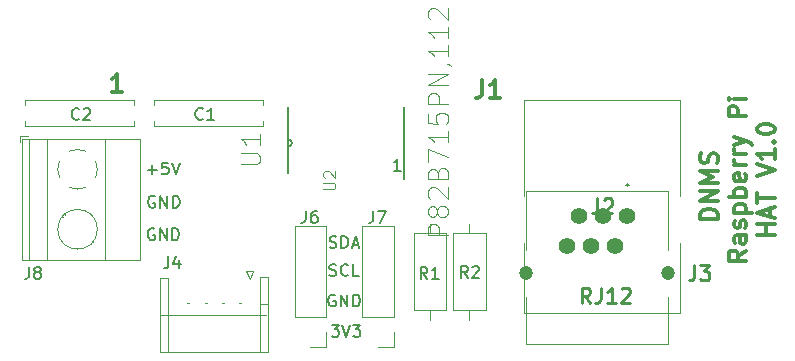
<source format=gbr>
G04 #@! TF.GenerationSoftware,KiCad,Pcbnew,7.0.10*
G04 #@! TF.CreationDate,2024-01-16T16:56:01+01:00*
G04 #@! TF.ProjectId,DNMS-RPI-HAT-V1.0,444e4d53-2d52-4504-992d-4841542d5631,1.0*
G04 #@! TF.SameCoordinates,Original*
G04 #@! TF.FileFunction,Legend,Top*
G04 #@! TF.FilePolarity,Positive*
%FSLAX46Y46*%
G04 Gerber Fmt 4.6, Leading zero omitted, Abs format (unit mm)*
G04 Created by KiCad (PCBNEW 7.0.10) date 2024-01-16 16:56:01*
%MOMM*%
%LPD*%
G01*
G04 APERTURE LIST*
%ADD10C,0.150000*%
%ADD11C,0.300000*%
%ADD12C,0.050000*%
%ADD13C,0.254000*%
%ADD14C,0.015000*%
%ADD15C,0.152400*%
%ADD16C,0.100000*%
%ADD17C,0.120000*%
%ADD18C,0.200000*%
%ADD19C,1.400000*%
%ADD20C,1.200000*%
G04 APERTURE END LIST*
D10*
X143923264Y-114256340D02*
X144066121Y-114303959D01*
X144066121Y-114303959D02*
X144304216Y-114303959D01*
X144304216Y-114303959D02*
X144399454Y-114256340D01*
X144399454Y-114256340D02*
X144447073Y-114208720D01*
X144447073Y-114208720D02*
X144494692Y-114113482D01*
X144494692Y-114113482D02*
X144494692Y-114018244D01*
X144494692Y-114018244D02*
X144447073Y-113923006D01*
X144447073Y-113923006D02*
X144399454Y-113875387D01*
X144399454Y-113875387D02*
X144304216Y-113827768D01*
X144304216Y-113827768D02*
X144113740Y-113780149D01*
X144113740Y-113780149D02*
X144018502Y-113732530D01*
X144018502Y-113732530D02*
X143970883Y-113684911D01*
X143970883Y-113684911D02*
X143923264Y-113589673D01*
X143923264Y-113589673D02*
X143923264Y-113494435D01*
X143923264Y-113494435D02*
X143970883Y-113399197D01*
X143970883Y-113399197D02*
X144018502Y-113351578D01*
X144018502Y-113351578D02*
X144113740Y-113303959D01*
X144113740Y-113303959D02*
X144351835Y-113303959D01*
X144351835Y-113303959D02*
X144494692Y-113351578D01*
X145494692Y-114208720D02*
X145447073Y-114256340D01*
X145447073Y-114256340D02*
X145304216Y-114303959D01*
X145304216Y-114303959D02*
X145208978Y-114303959D01*
X145208978Y-114303959D02*
X145066121Y-114256340D01*
X145066121Y-114256340D02*
X144970883Y-114161101D01*
X144970883Y-114161101D02*
X144923264Y-114065863D01*
X144923264Y-114065863D02*
X144875645Y-113875387D01*
X144875645Y-113875387D02*
X144875645Y-113732530D01*
X144875645Y-113732530D02*
X144923264Y-113542054D01*
X144923264Y-113542054D02*
X144970883Y-113446816D01*
X144970883Y-113446816D02*
X145066121Y-113351578D01*
X145066121Y-113351578D02*
X145208978Y-113303959D01*
X145208978Y-113303959D02*
X145304216Y-113303959D01*
X145304216Y-113303959D02*
X145447073Y-113351578D01*
X145447073Y-113351578D02*
X145494692Y-113399197D01*
X146399454Y-114303959D02*
X145923264Y-114303959D01*
X145923264Y-114303959D02*
X145923264Y-113303959D01*
X144400095Y-115919518D02*
X144304857Y-115871899D01*
X144304857Y-115871899D02*
X144162000Y-115871899D01*
X144162000Y-115871899D02*
X144019143Y-115919518D01*
X144019143Y-115919518D02*
X143923905Y-116014756D01*
X143923905Y-116014756D02*
X143876286Y-116109994D01*
X143876286Y-116109994D02*
X143828667Y-116300470D01*
X143828667Y-116300470D02*
X143828667Y-116443327D01*
X143828667Y-116443327D02*
X143876286Y-116633803D01*
X143876286Y-116633803D02*
X143923905Y-116729041D01*
X143923905Y-116729041D02*
X144019143Y-116824280D01*
X144019143Y-116824280D02*
X144162000Y-116871899D01*
X144162000Y-116871899D02*
X144257238Y-116871899D01*
X144257238Y-116871899D02*
X144400095Y-116824280D01*
X144400095Y-116824280D02*
X144447714Y-116776660D01*
X144447714Y-116776660D02*
X144447714Y-116443327D01*
X144447714Y-116443327D02*
X144257238Y-116443327D01*
X144876286Y-116871899D02*
X144876286Y-115871899D01*
X144876286Y-115871899D02*
X145447714Y-116871899D01*
X145447714Y-116871899D02*
X145447714Y-115871899D01*
X145923905Y-116871899D02*
X145923905Y-115871899D01*
X145923905Y-115871899D02*
X146162000Y-115871899D01*
X146162000Y-115871899D02*
X146304857Y-115919518D01*
X146304857Y-115919518D02*
X146400095Y-116014756D01*
X146400095Y-116014756D02*
X146447714Y-116109994D01*
X146447714Y-116109994D02*
X146495333Y-116300470D01*
X146495333Y-116300470D02*
X146495333Y-116443327D01*
X146495333Y-116443327D02*
X146447714Y-116633803D01*
X146447714Y-116633803D02*
X146400095Y-116729041D01*
X146400095Y-116729041D02*
X146304857Y-116824280D01*
X146304857Y-116824280D02*
X146162000Y-116871899D01*
X146162000Y-116871899D02*
X145923905Y-116871899D01*
X144111865Y-118437299D02*
X144730912Y-118437299D01*
X144730912Y-118437299D02*
X144397579Y-118818251D01*
X144397579Y-118818251D02*
X144540436Y-118818251D01*
X144540436Y-118818251D02*
X144635674Y-118865870D01*
X144635674Y-118865870D02*
X144683293Y-118913489D01*
X144683293Y-118913489D02*
X144730912Y-119008727D01*
X144730912Y-119008727D02*
X144730912Y-119246822D01*
X144730912Y-119246822D02*
X144683293Y-119342060D01*
X144683293Y-119342060D02*
X144635674Y-119389680D01*
X144635674Y-119389680D02*
X144540436Y-119437299D01*
X144540436Y-119437299D02*
X144254722Y-119437299D01*
X144254722Y-119437299D02*
X144159484Y-119389680D01*
X144159484Y-119389680D02*
X144111865Y-119342060D01*
X145016627Y-118437299D02*
X145349960Y-119437299D01*
X145349960Y-119437299D02*
X145683293Y-118437299D01*
X145921389Y-118437299D02*
X146540436Y-118437299D01*
X146540436Y-118437299D02*
X146207103Y-118818251D01*
X146207103Y-118818251D02*
X146349960Y-118818251D01*
X146349960Y-118818251D02*
X146445198Y-118865870D01*
X146445198Y-118865870D02*
X146492817Y-118913489D01*
X146492817Y-118913489D02*
X146540436Y-119008727D01*
X146540436Y-119008727D02*
X146540436Y-119246822D01*
X146540436Y-119246822D02*
X146492817Y-119342060D01*
X146492817Y-119342060D02*
X146445198Y-119389680D01*
X146445198Y-119389680D02*
X146349960Y-119437299D01*
X146349960Y-119437299D02*
X146064246Y-119437299D01*
X146064246Y-119437299D02*
X145969008Y-119389680D01*
X145969008Y-119389680D02*
X145921389Y-119342060D01*
X128544846Y-105314946D02*
X129306751Y-105314946D01*
X128925798Y-105695899D02*
X128925798Y-104933994D01*
X130259131Y-104695899D02*
X129782941Y-104695899D01*
X129782941Y-104695899D02*
X129735322Y-105172089D01*
X129735322Y-105172089D02*
X129782941Y-105124470D01*
X129782941Y-105124470D02*
X129878179Y-105076851D01*
X129878179Y-105076851D02*
X130116274Y-105076851D01*
X130116274Y-105076851D02*
X130211512Y-105124470D01*
X130211512Y-105124470D02*
X130259131Y-105172089D01*
X130259131Y-105172089D02*
X130306750Y-105267327D01*
X130306750Y-105267327D02*
X130306750Y-105505422D01*
X130306750Y-105505422D02*
X130259131Y-105600660D01*
X130259131Y-105600660D02*
X130211512Y-105648280D01*
X130211512Y-105648280D02*
X130116274Y-105695899D01*
X130116274Y-105695899D02*
X129878179Y-105695899D01*
X129878179Y-105695899D02*
X129782941Y-105648280D01*
X129782941Y-105648280D02*
X129735322Y-105600660D01*
X130592465Y-104695899D02*
X130925798Y-105695899D01*
X130925798Y-105695899D02*
X131259131Y-104695899D01*
X129144855Y-107555298D02*
X129049617Y-107507679D01*
X129049617Y-107507679D02*
X128906760Y-107507679D01*
X128906760Y-107507679D02*
X128763903Y-107555298D01*
X128763903Y-107555298D02*
X128668665Y-107650536D01*
X128668665Y-107650536D02*
X128621046Y-107745774D01*
X128621046Y-107745774D02*
X128573427Y-107936250D01*
X128573427Y-107936250D02*
X128573427Y-108079107D01*
X128573427Y-108079107D02*
X128621046Y-108269583D01*
X128621046Y-108269583D02*
X128668665Y-108364821D01*
X128668665Y-108364821D02*
X128763903Y-108460060D01*
X128763903Y-108460060D02*
X128906760Y-108507679D01*
X128906760Y-108507679D02*
X129001998Y-108507679D01*
X129001998Y-108507679D02*
X129144855Y-108460060D01*
X129144855Y-108460060D02*
X129192474Y-108412440D01*
X129192474Y-108412440D02*
X129192474Y-108079107D01*
X129192474Y-108079107D02*
X129001998Y-108079107D01*
X129621046Y-108507679D02*
X129621046Y-107507679D01*
X129621046Y-107507679D02*
X130192474Y-108507679D01*
X130192474Y-108507679D02*
X130192474Y-107507679D01*
X130668665Y-108507679D02*
X130668665Y-107507679D01*
X130668665Y-107507679D02*
X130906760Y-107507679D01*
X130906760Y-107507679D02*
X131049617Y-107555298D01*
X131049617Y-107555298D02*
X131144855Y-107650536D01*
X131144855Y-107650536D02*
X131192474Y-107745774D01*
X131192474Y-107745774D02*
X131240093Y-107936250D01*
X131240093Y-107936250D02*
X131240093Y-108079107D01*
X131240093Y-108079107D02*
X131192474Y-108269583D01*
X131192474Y-108269583D02*
X131144855Y-108364821D01*
X131144855Y-108364821D02*
X131049617Y-108460060D01*
X131049617Y-108460060D02*
X130906760Y-108507679D01*
X130906760Y-108507679D02*
X130668665Y-108507679D01*
X129096595Y-110311198D02*
X129001357Y-110263579D01*
X129001357Y-110263579D02*
X128858500Y-110263579D01*
X128858500Y-110263579D02*
X128715643Y-110311198D01*
X128715643Y-110311198D02*
X128620405Y-110406436D01*
X128620405Y-110406436D02*
X128572786Y-110501674D01*
X128572786Y-110501674D02*
X128525167Y-110692150D01*
X128525167Y-110692150D02*
X128525167Y-110835007D01*
X128525167Y-110835007D02*
X128572786Y-111025483D01*
X128572786Y-111025483D02*
X128620405Y-111120721D01*
X128620405Y-111120721D02*
X128715643Y-111215960D01*
X128715643Y-111215960D02*
X128858500Y-111263579D01*
X128858500Y-111263579D02*
X128953738Y-111263579D01*
X128953738Y-111263579D02*
X129096595Y-111215960D01*
X129096595Y-111215960D02*
X129144214Y-111168340D01*
X129144214Y-111168340D02*
X129144214Y-110835007D01*
X129144214Y-110835007D02*
X128953738Y-110835007D01*
X129572786Y-111263579D02*
X129572786Y-110263579D01*
X129572786Y-110263579D02*
X130144214Y-111263579D01*
X130144214Y-111263579D02*
X130144214Y-110263579D01*
X130620405Y-111263579D02*
X130620405Y-110263579D01*
X130620405Y-110263579D02*
X130858500Y-110263579D01*
X130858500Y-110263579D02*
X131001357Y-110311198D01*
X131001357Y-110311198D02*
X131096595Y-110406436D01*
X131096595Y-110406436D02*
X131144214Y-110501674D01*
X131144214Y-110501674D02*
X131191833Y-110692150D01*
X131191833Y-110692150D02*
X131191833Y-110835007D01*
X131191833Y-110835007D02*
X131144214Y-111025483D01*
X131144214Y-111025483D02*
X131096595Y-111120721D01*
X131096595Y-111120721D02*
X131001357Y-111215960D01*
X131001357Y-111215960D02*
X130858500Y-111263579D01*
X130858500Y-111263579D02*
X130620405Y-111263579D01*
D11*
X126342452Y-98703268D02*
X125485309Y-98703268D01*
X125913880Y-98703268D02*
X125913880Y-97203268D01*
X125913880Y-97203268D02*
X125771023Y-97417554D01*
X125771023Y-97417554D02*
X125628166Y-97560411D01*
X125628166Y-97560411D02*
X125485309Y-97631840D01*
X176806008Y-109464208D02*
X175306008Y-109464208D01*
X175306008Y-109464208D02*
X175306008Y-109107065D01*
X175306008Y-109107065D02*
X175377437Y-108892779D01*
X175377437Y-108892779D02*
X175520294Y-108749922D01*
X175520294Y-108749922D02*
X175663151Y-108678493D01*
X175663151Y-108678493D02*
X175948865Y-108607065D01*
X175948865Y-108607065D02*
X176163151Y-108607065D01*
X176163151Y-108607065D02*
X176448865Y-108678493D01*
X176448865Y-108678493D02*
X176591722Y-108749922D01*
X176591722Y-108749922D02*
X176734580Y-108892779D01*
X176734580Y-108892779D02*
X176806008Y-109107065D01*
X176806008Y-109107065D02*
X176806008Y-109464208D01*
X176806008Y-107964208D02*
X175306008Y-107964208D01*
X175306008Y-107964208D02*
X176806008Y-107107065D01*
X176806008Y-107107065D02*
X175306008Y-107107065D01*
X176806008Y-106392779D02*
X175306008Y-106392779D01*
X175306008Y-106392779D02*
X176377437Y-105892779D01*
X176377437Y-105892779D02*
X175306008Y-105392779D01*
X175306008Y-105392779D02*
X176806008Y-105392779D01*
X176734580Y-104749921D02*
X176806008Y-104535636D01*
X176806008Y-104535636D02*
X176806008Y-104178493D01*
X176806008Y-104178493D02*
X176734580Y-104035636D01*
X176734580Y-104035636D02*
X176663151Y-103964207D01*
X176663151Y-103964207D02*
X176520294Y-103892778D01*
X176520294Y-103892778D02*
X176377437Y-103892778D01*
X176377437Y-103892778D02*
X176234580Y-103964207D01*
X176234580Y-103964207D02*
X176163151Y-104035636D01*
X176163151Y-104035636D02*
X176091722Y-104178493D01*
X176091722Y-104178493D02*
X176020294Y-104464207D01*
X176020294Y-104464207D02*
X175948865Y-104607064D01*
X175948865Y-104607064D02*
X175877437Y-104678493D01*
X175877437Y-104678493D02*
X175734580Y-104749921D01*
X175734580Y-104749921D02*
X175591722Y-104749921D01*
X175591722Y-104749921D02*
X175448865Y-104678493D01*
X175448865Y-104678493D02*
X175377437Y-104607064D01*
X175377437Y-104607064D02*
X175306008Y-104464207D01*
X175306008Y-104464207D02*
X175306008Y-104107064D01*
X175306008Y-104107064D02*
X175377437Y-103892778D01*
X179221008Y-112142779D02*
X178506722Y-112642779D01*
X179221008Y-112999922D02*
X177721008Y-112999922D01*
X177721008Y-112999922D02*
X177721008Y-112428493D01*
X177721008Y-112428493D02*
X177792437Y-112285636D01*
X177792437Y-112285636D02*
X177863865Y-112214207D01*
X177863865Y-112214207D02*
X178006722Y-112142779D01*
X178006722Y-112142779D02*
X178221008Y-112142779D01*
X178221008Y-112142779D02*
X178363865Y-112214207D01*
X178363865Y-112214207D02*
X178435294Y-112285636D01*
X178435294Y-112285636D02*
X178506722Y-112428493D01*
X178506722Y-112428493D02*
X178506722Y-112999922D01*
X179221008Y-110857065D02*
X178435294Y-110857065D01*
X178435294Y-110857065D02*
X178292437Y-110928493D01*
X178292437Y-110928493D02*
X178221008Y-111071350D01*
X178221008Y-111071350D02*
X178221008Y-111357065D01*
X178221008Y-111357065D02*
X178292437Y-111499922D01*
X179149580Y-110857065D02*
X179221008Y-110999922D01*
X179221008Y-110999922D02*
X179221008Y-111357065D01*
X179221008Y-111357065D02*
X179149580Y-111499922D01*
X179149580Y-111499922D02*
X179006722Y-111571350D01*
X179006722Y-111571350D02*
X178863865Y-111571350D01*
X178863865Y-111571350D02*
X178721008Y-111499922D01*
X178721008Y-111499922D02*
X178649580Y-111357065D01*
X178649580Y-111357065D02*
X178649580Y-110999922D01*
X178649580Y-110999922D02*
X178578151Y-110857065D01*
X179149580Y-110214207D02*
X179221008Y-110071350D01*
X179221008Y-110071350D02*
X179221008Y-109785636D01*
X179221008Y-109785636D02*
X179149580Y-109642779D01*
X179149580Y-109642779D02*
X179006722Y-109571350D01*
X179006722Y-109571350D02*
X178935294Y-109571350D01*
X178935294Y-109571350D02*
X178792437Y-109642779D01*
X178792437Y-109642779D02*
X178721008Y-109785636D01*
X178721008Y-109785636D02*
X178721008Y-109999922D01*
X178721008Y-109999922D02*
X178649580Y-110142779D01*
X178649580Y-110142779D02*
X178506722Y-110214207D01*
X178506722Y-110214207D02*
X178435294Y-110214207D01*
X178435294Y-110214207D02*
X178292437Y-110142779D01*
X178292437Y-110142779D02*
X178221008Y-109999922D01*
X178221008Y-109999922D02*
X178221008Y-109785636D01*
X178221008Y-109785636D02*
X178292437Y-109642779D01*
X178221008Y-108928493D02*
X179721008Y-108928493D01*
X178292437Y-108928493D02*
X178221008Y-108785636D01*
X178221008Y-108785636D02*
X178221008Y-108499921D01*
X178221008Y-108499921D02*
X178292437Y-108357064D01*
X178292437Y-108357064D02*
X178363865Y-108285636D01*
X178363865Y-108285636D02*
X178506722Y-108214207D01*
X178506722Y-108214207D02*
X178935294Y-108214207D01*
X178935294Y-108214207D02*
X179078151Y-108285636D01*
X179078151Y-108285636D02*
X179149580Y-108357064D01*
X179149580Y-108357064D02*
X179221008Y-108499921D01*
X179221008Y-108499921D02*
X179221008Y-108785636D01*
X179221008Y-108785636D02*
X179149580Y-108928493D01*
X179221008Y-107571350D02*
X177721008Y-107571350D01*
X178292437Y-107571350D02*
X178221008Y-107428493D01*
X178221008Y-107428493D02*
X178221008Y-107142778D01*
X178221008Y-107142778D02*
X178292437Y-106999921D01*
X178292437Y-106999921D02*
X178363865Y-106928493D01*
X178363865Y-106928493D02*
X178506722Y-106857064D01*
X178506722Y-106857064D02*
X178935294Y-106857064D01*
X178935294Y-106857064D02*
X179078151Y-106928493D01*
X179078151Y-106928493D02*
X179149580Y-106999921D01*
X179149580Y-106999921D02*
X179221008Y-107142778D01*
X179221008Y-107142778D02*
X179221008Y-107428493D01*
X179221008Y-107428493D02*
X179149580Y-107571350D01*
X179149580Y-105642778D02*
X179221008Y-105785635D01*
X179221008Y-105785635D02*
X179221008Y-106071350D01*
X179221008Y-106071350D02*
X179149580Y-106214207D01*
X179149580Y-106214207D02*
X179006722Y-106285635D01*
X179006722Y-106285635D02*
X178435294Y-106285635D01*
X178435294Y-106285635D02*
X178292437Y-106214207D01*
X178292437Y-106214207D02*
X178221008Y-106071350D01*
X178221008Y-106071350D02*
X178221008Y-105785635D01*
X178221008Y-105785635D02*
X178292437Y-105642778D01*
X178292437Y-105642778D02*
X178435294Y-105571350D01*
X178435294Y-105571350D02*
X178578151Y-105571350D01*
X178578151Y-105571350D02*
X178721008Y-106285635D01*
X179221008Y-104928493D02*
X178221008Y-104928493D01*
X178506722Y-104928493D02*
X178363865Y-104857064D01*
X178363865Y-104857064D02*
X178292437Y-104785636D01*
X178292437Y-104785636D02*
X178221008Y-104642778D01*
X178221008Y-104642778D02*
X178221008Y-104499921D01*
X179221008Y-103999922D02*
X178221008Y-103999922D01*
X178506722Y-103999922D02*
X178363865Y-103928493D01*
X178363865Y-103928493D02*
X178292437Y-103857065D01*
X178292437Y-103857065D02*
X178221008Y-103714207D01*
X178221008Y-103714207D02*
X178221008Y-103571350D01*
X178221008Y-103214208D02*
X179221008Y-102857065D01*
X178221008Y-102499922D02*
X179221008Y-102857065D01*
X179221008Y-102857065D02*
X179578151Y-102999922D01*
X179578151Y-102999922D02*
X179649580Y-103071351D01*
X179649580Y-103071351D02*
X179721008Y-103214208D01*
X179221008Y-100785637D02*
X177721008Y-100785637D01*
X177721008Y-100785637D02*
X177721008Y-100214208D01*
X177721008Y-100214208D02*
X177792437Y-100071351D01*
X177792437Y-100071351D02*
X177863865Y-99999922D01*
X177863865Y-99999922D02*
X178006722Y-99928494D01*
X178006722Y-99928494D02*
X178221008Y-99928494D01*
X178221008Y-99928494D02*
X178363865Y-99999922D01*
X178363865Y-99999922D02*
X178435294Y-100071351D01*
X178435294Y-100071351D02*
X178506722Y-100214208D01*
X178506722Y-100214208D02*
X178506722Y-100785637D01*
X179221008Y-99285637D02*
X178221008Y-99285637D01*
X177721008Y-99285637D02*
X177792437Y-99357065D01*
X177792437Y-99357065D02*
X177863865Y-99285637D01*
X177863865Y-99285637D02*
X177792437Y-99214208D01*
X177792437Y-99214208D02*
X177721008Y-99285637D01*
X177721008Y-99285637D02*
X177863865Y-99285637D01*
X181636008Y-110785636D02*
X180136008Y-110785636D01*
X180850294Y-110785636D02*
X180850294Y-109928493D01*
X181636008Y-109928493D02*
X180136008Y-109928493D01*
X181207437Y-109285635D02*
X181207437Y-108571350D01*
X181636008Y-109428492D02*
X180136008Y-108928492D01*
X180136008Y-108928492D02*
X181636008Y-108428492D01*
X180136008Y-108142778D02*
X180136008Y-107285636D01*
X181636008Y-107714207D02*
X180136008Y-107714207D01*
X180136008Y-105857064D02*
X181636008Y-105357064D01*
X181636008Y-105357064D02*
X180136008Y-104857064D01*
X181636008Y-103571350D02*
X181636008Y-104428493D01*
X181636008Y-103999922D02*
X180136008Y-103999922D01*
X180136008Y-103999922D02*
X180350294Y-104142779D01*
X180350294Y-104142779D02*
X180493151Y-104285636D01*
X180493151Y-104285636D02*
X180564580Y-104428493D01*
X181493151Y-102928494D02*
X181564580Y-102857065D01*
X181564580Y-102857065D02*
X181636008Y-102928494D01*
X181636008Y-102928494D02*
X181564580Y-102999922D01*
X181564580Y-102999922D02*
X181493151Y-102928494D01*
X181493151Y-102928494D02*
X181636008Y-102928494D01*
X180136008Y-101928493D02*
X180136008Y-101785636D01*
X180136008Y-101785636D02*
X180207437Y-101642779D01*
X180207437Y-101642779D02*
X180278865Y-101571351D01*
X180278865Y-101571351D02*
X180421722Y-101499922D01*
X180421722Y-101499922D02*
X180707437Y-101428493D01*
X180707437Y-101428493D02*
X181064580Y-101428493D01*
X181064580Y-101428493D02*
X181350294Y-101499922D01*
X181350294Y-101499922D02*
X181493151Y-101571351D01*
X181493151Y-101571351D02*
X181564580Y-101642779D01*
X181564580Y-101642779D02*
X181636008Y-101785636D01*
X181636008Y-101785636D02*
X181636008Y-101928493D01*
X181636008Y-101928493D02*
X181564580Y-102071351D01*
X181564580Y-102071351D02*
X181493151Y-102142779D01*
X181493151Y-102142779D02*
X181350294Y-102214208D01*
X181350294Y-102214208D02*
X181064580Y-102285636D01*
X181064580Y-102285636D02*
X180707437Y-102285636D01*
X180707437Y-102285636D02*
X180421722Y-102214208D01*
X180421722Y-102214208D02*
X180278865Y-102142779D01*
X180278865Y-102142779D02*
X180207437Y-102071351D01*
X180207437Y-102071351D02*
X180136008Y-101928493D01*
D10*
X143947714Y-111881440D02*
X144090571Y-111929059D01*
X144090571Y-111929059D02*
X144328666Y-111929059D01*
X144328666Y-111929059D02*
X144423904Y-111881440D01*
X144423904Y-111881440D02*
X144471523Y-111833820D01*
X144471523Y-111833820D02*
X144519142Y-111738582D01*
X144519142Y-111738582D02*
X144519142Y-111643344D01*
X144519142Y-111643344D02*
X144471523Y-111548106D01*
X144471523Y-111548106D02*
X144423904Y-111500487D01*
X144423904Y-111500487D02*
X144328666Y-111452868D01*
X144328666Y-111452868D02*
X144138190Y-111405249D01*
X144138190Y-111405249D02*
X144042952Y-111357630D01*
X144042952Y-111357630D02*
X143995333Y-111310011D01*
X143995333Y-111310011D02*
X143947714Y-111214773D01*
X143947714Y-111214773D02*
X143947714Y-111119535D01*
X143947714Y-111119535D02*
X143995333Y-111024297D01*
X143995333Y-111024297D02*
X144042952Y-110976678D01*
X144042952Y-110976678D02*
X144138190Y-110929059D01*
X144138190Y-110929059D02*
X144376285Y-110929059D01*
X144376285Y-110929059D02*
X144519142Y-110976678D01*
X144947714Y-111929059D02*
X144947714Y-110929059D01*
X144947714Y-110929059D02*
X145185809Y-110929059D01*
X145185809Y-110929059D02*
X145328666Y-110976678D01*
X145328666Y-110976678D02*
X145423904Y-111071916D01*
X145423904Y-111071916D02*
X145471523Y-111167154D01*
X145471523Y-111167154D02*
X145519142Y-111357630D01*
X145519142Y-111357630D02*
X145519142Y-111500487D01*
X145519142Y-111500487D02*
X145471523Y-111690963D01*
X145471523Y-111690963D02*
X145423904Y-111786201D01*
X145423904Y-111786201D02*
X145328666Y-111881440D01*
X145328666Y-111881440D02*
X145185809Y-111929059D01*
X145185809Y-111929059D02*
X144947714Y-111929059D01*
X145900095Y-111643344D02*
X146376285Y-111643344D01*
X145804857Y-111929059D02*
X146138190Y-110929059D01*
X146138190Y-110929059D02*
X146471523Y-111929059D01*
D12*
X136427529Y-104849178D02*
X137755609Y-104849178D01*
X137755609Y-104849178D02*
X137911854Y-104771055D01*
X137911854Y-104771055D02*
X137989977Y-104692933D01*
X137989977Y-104692933D02*
X138068099Y-104536688D01*
X138068099Y-104536688D02*
X138068099Y-104224199D01*
X138068099Y-104224199D02*
X137989977Y-104067954D01*
X137989977Y-104067954D02*
X137911854Y-103989831D01*
X137911854Y-103989831D02*
X137755609Y-103911709D01*
X137755609Y-103911709D02*
X136427529Y-103911709D01*
X138068099Y-102271139D02*
X138068099Y-103208608D01*
X138068099Y-102739874D02*
X136427529Y-102739874D01*
X136427529Y-102739874D02*
X136661896Y-102896118D01*
X136661896Y-102896118D02*
X136818141Y-103052363D01*
X136818141Y-103052363D02*
X136896263Y-103208608D01*
X153953033Y-110867504D02*
X152310983Y-110867504D01*
X152310983Y-110867504D02*
X152310983Y-110241961D01*
X152310983Y-110241961D02*
X152389176Y-110085576D01*
X152389176Y-110085576D02*
X152467369Y-110007383D01*
X152467369Y-110007383D02*
X152623755Y-109929190D01*
X152623755Y-109929190D02*
X152858333Y-109929190D01*
X152858333Y-109929190D02*
X153014719Y-110007383D01*
X153014719Y-110007383D02*
X153092912Y-110085576D01*
X153092912Y-110085576D02*
X153171105Y-110241961D01*
X153171105Y-110241961D02*
X153171105Y-110867504D01*
X153014719Y-108990876D02*
X152936526Y-109147261D01*
X152936526Y-109147261D02*
X152858333Y-109225454D01*
X152858333Y-109225454D02*
X152701948Y-109303647D01*
X152701948Y-109303647D02*
X152623755Y-109303647D01*
X152623755Y-109303647D02*
X152467369Y-109225454D01*
X152467369Y-109225454D02*
X152389176Y-109147261D01*
X152389176Y-109147261D02*
X152310983Y-108990876D01*
X152310983Y-108990876D02*
X152310983Y-108678104D01*
X152310983Y-108678104D02*
X152389176Y-108521719D01*
X152389176Y-108521719D02*
X152467369Y-108443526D01*
X152467369Y-108443526D02*
X152623755Y-108365333D01*
X152623755Y-108365333D02*
X152701948Y-108365333D01*
X152701948Y-108365333D02*
X152858333Y-108443526D01*
X152858333Y-108443526D02*
X152936526Y-108521719D01*
X152936526Y-108521719D02*
X153014719Y-108678104D01*
X153014719Y-108678104D02*
X153014719Y-108990876D01*
X153014719Y-108990876D02*
X153092912Y-109147261D01*
X153092912Y-109147261D02*
X153171105Y-109225454D01*
X153171105Y-109225454D02*
X153327491Y-109303647D01*
X153327491Y-109303647D02*
X153640262Y-109303647D01*
X153640262Y-109303647D02*
X153796648Y-109225454D01*
X153796648Y-109225454D02*
X153874841Y-109147261D01*
X153874841Y-109147261D02*
X153953033Y-108990876D01*
X153953033Y-108990876D02*
X153953033Y-108678104D01*
X153953033Y-108678104D02*
X153874841Y-108521719D01*
X153874841Y-108521719D02*
X153796648Y-108443526D01*
X153796648Y-108443526D02*
X153640262Y-108365333D01*
X153640262Y-108365333D02*
X153327491Y-108365333D01*
X153327491Y-108365333D02*
X153171105Y-108443526D01*
X153171105Y-108443526D02*
X153092912Y-108521719D01*
X153092912Y-108521719D02*
X153014719Y-108678104D01*
X152467369Y-107739790D02*
X152389176Y-107661597D01*
X152389176Y-107661597D02*
X152310983Y-107505212D01*
X152310983Y-107505212D02*
X152310983Y-107114247D01*
X152310983Y-107114247D02*
X152389176Y-106957862D01*
X152389176Y-106957862D02*
X152467369Y-106879669D01*
X152467369Y-106879669D02*
X152623755Y-106801476D01*
X152623755Y-106801476D02*
X152780141Y-106801476D01*
X152780141Y-106801476D02*
X153014719Y-106879669D01*
X153014719Y-106879669D02*
X153953033Y-107817983D01*
X153953033Y-107817983D02*
X153953033Y-106801476D01*
X153092912Y-105550390D02*
X153171105Y-105315812D01*
X153171105Y-105315812D02*
X153249298Y-105237619D01*
X153249298Y-105237619D02*
X153405683Y-105159426D01*
X153405683Y-105159426D02*
X153640262Y-105159426D01*
X153640262Y-105159426D02*
X153796648Y-105237619D01*
X153796648Y-105237619D02*
X153874841Y-105315812D01*
X153874841Y-105315812D02*
X153953033Y-105472197D01*
X153953033Y-105472197D02*
X153953033Y-106097740D01*
X153953033Y-106097740D02*
X152310983Y-106097740D01*
X152310983Y-106097740D02*
X152310983Y-105550390D01*
X152310983Y-105550390D02*
X152389176Y-105394005D01*
X152389176Y-105394005D02*
X152467369Y-105315812D01*
X152467369Y-105315812D02*
X152623755Y-105237619D01*
X152623755Y-105237619D02*
X152780141Y-105237619D01*
X152780141Y-105237619D02*
X152936526Y-105315812D01*
X152936526Y-105315812D02*
X153014719Y-105394005D01*
X153014719Y-105394005D02*
X153092912Y-105550390D01*
X153092912Y-105550390D02*
X153092912Y-106097740D01*
X152310983Y-104612076D02*
X152310983Y-103517376D01*
X152310983Y-103517376D02*
X153953033Y-104221112D01*
X153953033Y-102031712D02*
X153953033Y-102970026D01*
X153953033Y-102500869D02*
X152310983Y-102500869D01*
X152310983Y-102500869D02*
X152545562Y-102657255D01*
X152545562Y-102657255D02*
X152701948Y-102813640D01*
X152701948Y-102813640D02*
X152780141Y-102970026D01*
X152310983Y-100546048D02*
X152310983Y-101327976D01*
X152310983Y-101327976D02*
X153092912Y-101406169D01*
X153092912Y-101406169D02*
X153014719Y-101327976D01*
X153014719Y-101327976D02*
X152936526Y-101171591D01*
X152936526Y-101171591D02*
X152936526Y-100780626D01*
X152936526Y-100780626D02*
X153014719Y-100624241D01*
X153014719Y-100624241D02*
X153092912Y-100546048D01*
X153092912Y-100546048D02*
X153249298Y-100467855D01*
X153249298Y-100467855D02*
X153640262Y-100467855D01*
X153640262Y-100467855D02*
X153796648Y-100546048D01*
X153796648Y-100546048D02*
X153874841Y-100624241D01*
X153874841Y-100624241D02*
X153953033Y-100780626D01*
X153953033Y-100780626D02*
X153953033Y-101171591D01*
X153953033Y-101171591D02*
X153874841Y-101327976D01*
X153874841Y-101327976D02*
X153796648Y-101406169D01*
X153953033Y-99764119D02*
X152310983Y-99764119D01*
X152310983Y-99764119D02*
X152310983Y-99138576D01*
X152310983Y-99138576D02*
X152389176Y-98982191D01*
X152389176Y-98982191D02*
X152467369Y-98903998D01*
X152467369Y-98903998D02*
X152623755Y-98825805D01*
X152623755Y-98825805D02*
X152858333Y-98825805D01*
X152858333Y-98825805D02*
X153014719Y-98903998D01*
X153014719Y-98903998D02*
X153092912Y-98982191D01*
X153092912Y-98982191D02*
X153171105Y-99138576D01*
X153171105Y-99138576D02*
X153171105Y-99764119D01*
X153953033Y-98122069D02*
X152310983Y-98122069D01*
X152310983Y-98122069D02*
X153953033Y-97183755D01*
X153953033Y-97183755D02*
X152310983Y-97183755D01*
X153874841Y-96323633D02*
X153953033Y-96323633D01*
X153953033Y-96323633D02*
X154109419Y-96401826D01*
X154109419Y-96401826D02*
X154187612Y-96480019D01*
X153953033Y-94759776D02*
X153953033Y-95698090D01*
X153953033Y-95228933D02*
X152310983Y-95228933D01*
X152310983Y-95228933D02*
X152545562Y-95385319D01*
X152545562Y-95385319D02*
X152701948Y-95541704D01*
X152701948Y-95541704D02*
X152780141Y-95698090D01*
X153953033Y-93195919D02*
X153953033Y-94134233D01*
X153953033Y-93665076D02*
X152310983Y-93665076D01*
X152310983Y-93665076D02*
X152545562Y-93821462D01*
X152545562Y-93821462D02*
X152701948Y-93977847D01*
X152701948Y-93977847D02*
X152780141Y-94134233D01*
X152467369Y-92570376D02*
X152389176Y-92492183D01*
X152389176Y-92492183D02*
X152310983Y-92335798D01*
X152310983Y-92335798D02*
X152310983Y-91944833D01*
X152310983Y-91944833D02*
X152389176Y-91788448D01*
X152389176Y-91788448D02*
X152467369Y-91710255D01*
X152467369Y-91710255D02*
X152623755Y-91632062D01*
X152623755Y-91632062D02*
X152780141Y-91632062D01*
X152780141Y-91632062D02*
X153014719Y-91710255D01*
X153014719Y-91710255D02*
X153953033Y-92648569D01*
X153953033Y-92648569D02*
X153953033Y-91632062D01*
D13*
X166618227Y-107728158D02*
X166618227Y-108635301D01*
X166618227Y-108635301D02*
X166557750Y-108816729D01*
X166557750Y-108816729D02*
X166436798Y-108937682D01*
X166436798Y-108937682D02*
X166255369Y-108998158D01*
X166255369Y-108998158D02*
X166134417Y-108998158D01*
X167162512Y-107849110D02*
X167222988Y-107788634D01*
X167222988Y-107788634D02*
X167343941Y-107728158D01*
X167343941Y-107728158D02*
X167646322Y-107728158D01*
X167646322Y-107728158D02*
X167767274Y-107788634D01*
X167767274Y-107788634D02*
X167827750Y-107849110D01*
X167827750Y-107849110D02*
X167888227Y-107970062D01*
X167888227Y-107970062D02*
X167888227Y-108091015D01*
X167888227Y-108091015D02*
X167827750Y-108272443D01*
X167827750Y-108272443D02*
X167102036Y-108998158D01*
X167102036Y-108998158D02*
X167888227Y-108998158D01*
D10*
X133202113Y-100965160D02*
X133154494Y-101012780D01*
X133154494Y-101012780D02*
X133011637Y-101060399D01*
X133011637Y-101060399D02*
X132916399Y-101060399D01*
X132916399Y-101060399D02*
X132773542Y-101012780D01*
X132773542Y-101012780D02*
X132678304Y-100917541D01*
X132678304Y-100917541D02*
X132630685Y-100822303D01*
X132630685Y-100822303D02*
X132583066Y-100631827D01*
X132583066Y-100631827D02*
X132583066Y-100488970D01*
X132583066Y-100488970D02*
X132630685Y-100298494D01*
X132630685Y-100298494D02*
X132678304Y-100203256D01*
X132678304Y-100203256D02*
X132773542Y-100108018D01*
X132773542Y-100108018D02*
X132916399Y-100060399D01*
X132916399Y-100060399D02*
X133011637Y-100060399D01*
X133011637Y-100060399D02*
X133154494Y-100108018D01*
X133154494Y-100108018D02*
X133202113Y-100155637D01*
X134154494Y-101060399D02*
X133583066Y-101060399D01*
X133868780Y-101060399D02*
X133868780Y-100060399D01*
X133868780Y-100060399D02*
X133773542Y-100203256D01*
X133773542Y-100203256D02*
X133678304Y-100298494D01*
X133678304Y-100298494D02*
X133583066Y-100346113D01*
X122729693Y-100988020D02*
X122682074Y-101035640D01*
X122682074Y-101035640D02*
X122539217Y-101083259D01*
X122539217Y-101083259D02*
X122443979Y-101083259D01*
X122443979Y-101083259D02*
X122301122Y-101035640D01*
X122301122Y-101035640D02*
X122205884Y-100940401D01*
X122205884Y-100940401D02*
X122158265Y-100845163D01*
X122158265Y-100845163D02*
X122110646Y-100654687D01*
X122110646Y-100654687D02*
X122110646Y-100511830D01*
X122110646Y-100511830D02*
X122158265Y-100321354D01*
X122158265Y-100321354D02*
X122205884Y-100226116D01*
X122205884Y-100226116D02*
X122301122Y-100130878D01*
X122301122Y-100130878D02*
X122443979Y-100083259D01*
X122443979Y-100083259D02*
X122539217Y-100083259D01*
X122539217Y-100083259D02*
X122682074Y-100130878D01*
X122682074Y-100130878D02*
X122729693Y-100178497D01*
X123110646Y-100178497D02*
X123158265Y-100130878D01*
X123158265Y-100130878D02*
X123253503Y-100083259D01*
X123253503Y-100083259D02*
X123491598Y-100083259D01*
X123491598Y-100083259D02*
X123586836Y-100130878D01*
X123586836Y-100130878D02*
X123634455Y-100178497D01*
X123634455Y-100178497D02*
X123682074Y-100273735D01*
X123682074Y-100273735D02*
X123682074Y-100368973D01*
X123682074Y-100368973D02*
X123634455Y-100511830D01*
X123634455Y-100511830D02*
X123063027Y-101083259D01*
X123063027Y-101083259D02*
X123682074Y-101083259D01*
D13*
X174817347Y-113392218D02*
X174817347Y-114299361D01*
X174817347Y-114299361D02*
X174756870Y-114480789D01*
X174756870Y-114480789D02*
X174635918Y-114601742D01*
X174635918Y-114601742D02*
X174454489Y-114662218D01*
X174454489Y-114662218D02*
X174333537Y-114662218D01*
X175301156Y-113392218D02*
X176087347Y-113392218D01*
X176087347Y-113392218D02*
X175664013Y-113876027D01*
X175664013Y-113876027D02*
X175845442Y-113876027D01*
X175845442Y-113876027D02*
X175966394Y-113936503D01*
X175966394Y-113936503D02*
X176026870Y-113996980D01*
X176026870Y-113996980D02*
X176087347Y-114117932D01*
X176087347Y-114117932D02*
X176087347Y-114420313D01*
X176087347Y-114420313D02*
X176026870Y-114541265D01*
X176026870Y-114541265D02*
X175966394Y-114601742D01*
X175966394Y-114601742D02*
X175845442Y-114662218D01*
X175845442Y-114662218D02*
X175482585Y-114662218D01*
X175482585Y-114662218D02*
X175361632Y-114601742D01*
X175361632Y-114601742D02*
X175301156Y-114541265D01*
X166005482Y-116562138D02*
X165582148Y-115957376D01*
X165279767Y-116562138D02*
X165279767Y-115292138D01*
X165279767Y-115292138D02*
X165763577Y-115292138D01*
X165763577Y-115292138D02*
X165884529Y-115352614D01*
X165884529Y-115352614D02*
X165945006Y-115413090D01*
X165945006Y-115413090D02*
X166005482Y-115534042D01*
X166005482Y-115534042D02*
X166005482Y-115715471D01*
X166005482Y-115715471D02*
X165945006Y-115836423D01*
X165945006Y-115836423D02*
X165884529Y-115896900D01*
X165884529Y-115896900D02*
X165763577Y-115957376D01*
X165763577Y-115957376D02*
X165279767Y-115957376D01*
X166912625Y-115292138D02*
X166912625Y-116199281D01*
X166912625Y-116199281D02*
X166852148Y-116380709D01*
X166852148Y-116380709D02*
X166731196Y-116501662D01*
X166731196Y-116501662D02*
X166549767Y-116562138D01*
X166549767Y-116562138D02*
X166428815Y-116562138D01*
X168182625Y-116562138D02*
X167456910Y-116562138D01*
X167819767Y-116562138D02*
X167819767Y-115292138D01*
X167819767Y-115292138D02*
X167698815Y-115473566D01*
X167698815Y-115473566D02*
X167577863Y-115594519D01*
X167577863Y-115594519D02*
X167456910Y-115654995D01*
X168666434Y-115413090D02*
X168726910Y-115352614D01*
X168726910Y-115352614D02*
X168847863Y-115292138D01*
X168847863Y-115292138D02*
X169150244Y-115292138D01*
X169150244Y-115292138D02*
X169271196Y-115352614D01*
X169271196Y-115352614D02*
X169331672Y-115413090D01*
X169331672Y-115413090D02*
X169392149Y-115534042D01*
X169392149Y-115534042D02*
X169392149Y-115654995D01*
X169392149Y-115654995D02*
X169331672Y-115836423D01*
X169331672Y-115836423D02*
X168605958Y-116562138D01*
X168605958Y-116562138D02*
X169392149Y-116562138D01*
D10*
X130287166Y-112641019D02*
X130287166Y-113355304D01*
X130287166Y-113355304D02*
X130239547Y-113498161D01*
X130239547Y-113498161D02*
X130144309Y-113593400D01*
X130144309Y-113593400D02*
X130001452Y-113641019D01*
X130001452Y-113641019D02*
X129906214Y-113641019D01*
X131191928Y-112974352D02*
X131191928Y-113641019D01*
X130953833Y-112593400D02*
X130715738Y-113307685D01*
X130715738Y-113307685D02*
X131334785Y-113307685D01*
X141927986Y-108790379D02*
X141927986Y-109504664D01*
X141927986Y-109504664D02*
X141880367Y-109647521D01*
X141880367Y-109647521D02*
X141785129Y-109742760D01*
X141785129Y-109742760D02*
X141642272Y-109790379D01*
X141642272Y-109790379D02*
X141547034Y-109790379D01*
X142832748Y-108790379D02*
X142642272Y-108790379D01*
X142642272Y-108790379D02*
X142547034Y-108837998D01*
X142547034Y-108837998D02*
X142499415Y-108885617D01*
X142499415Y-108885617D02*
X142404177Y-109028474D01*
X142404177Y-109028474D02*
X142356558Y-109218950D01*
X142356558Y-109218950D02*
X142356558Y-109599902D01*
X142356558Y-109599902D02*
X142404177Y-109695140D01*
X142404177Y-109695140D02*
X142451796Y-109742760D01*
X142451796Y-109742760D02*
X142547034Y-109790379D01*
X142547034Y-109790379D02*
X142737510Y-109790379D01*
X142737510Y-109790379D02*
X142832748Y-109742760D01*
X142832748Y-109742760D02*
X142880367Y-109695140D01*
X142880367Y-109695140D02*
X142927986Y-109599902D01*
X142927986Y-109599902D02*
X142927986Y-109361807D01*
X142927986Y-109361807D02*
X142880367Y-109266569D01*
X142880367Y-109266569D02*
X142832748Y-109218950D01*
X142832748Y-109218950D02*
X142737510Y-109171331D01*
X142737510Y-109171331D02*
X142547034Y-109171331D01*
X142547034Y-109171331D02*
X142451796Y-109218950D01*
X142451796Y-109218950D02*
X142404177Y-109266569D01*
X142404177Y-109266569D02*
X142356558Y-109361807D01*
X147630286Y-108790379D02*
X147630286Y-109504664D01*
X147630286Y-109504664D02*
X147582667Y-109647521D01*
X147582667Y-109647521D02*
X147487429Y-109742760D01*
X147487429Y-109742760D02*
X147344572Y-109790379D01*
X147344572Y-109790379D02*
X147249334Y-109790379D01*
X148011239Y-108790379D02*
X148677905Y-108790379D01*
X148677905Y-108790379D02*
X148249334Y-109790379D01*
D14*
X143421423Y-106965344D02*
X144231393Y-106965344D01*
X144231393Y-106965344D02*
X144326683Y-106917699D01*
X144326683Y-106917699D02*
X144374329Y-106870054D01*
X144374329Y-106870054D02*
X144421974Y-106774763D01*
X144421974Y-106774763D02*
X144421974Y-106584182D01*
X144421974Y-106584182D02*
X144374329Y-106488891D01*
X144374329Y-106488891D02*
X144326683Y-106441246D01*
X144326683Y-106441246D02*
X144231393Y-106393601D01*
X144231393Y-106393601D02*
X143421423Y-106393601D01*
X143516713Y-105964793D02*
X143469068Y-105917148D01*
X143469068Y-105917148D02*
X143421423Y-105821858D01*
X143421423Y-105821858D02*
X143421423Y-105583631D01*
X143421423Y-105583631D02*
X143469068Y-105488341D01*
X143469068Y-105488341D02*
X143516713Y-105440695D01*
X143516713Y-105440695D02*
X143612004Y-105393050D01*
X143612004Y-105393050D02*
X143707295Y-105393050D01*
X143707295Y-105393050D02*
X143850230Y-105440695D01*
X143850230Y-105440695D02*
X144421974Y-106012439D01*
X144421974Y-106012439D02*
X144421974Y-105393050D01*
D10*
X149956214Y-105386019D02*
X149384786Y-105386019D01*
X149670500Y-105386019D02*
X149670500Y-104386019D01*
X149670500Y-104386019D02*
X149575262Y-104528876D01*
X149575262Y-104528876D02*
X149480024Y-104624114D01*
X149480024Y-104624114D02*
X149384786Y-104671733D01*
X118501566Y-113542719D02*
X118501566Y-114257004D01*
X118501566Y-114257004D02*
X118453947Y-114399861D01*
X118453947Y-114399861D02*
X118358709Y-114495100D01*
X118358709Y-114495100D02*
X118215852Y-114542719D01*
X118215852Y-114542719D02*
X118120614Y-114542719D01*
X119120614Y-113971290D02*
X119025376Y-113923671D01*
X119025376Y-113923671D02*
X118977757Y-113876052D01*
X118977757Y-113876052D02*
X118930138Y-113780814D01*
X118930138Y-113780814D02*
X118930138Y-113733195D01*
X118930138Y-113733195D02*
X118977757Y-113637957D01*
X118977757Y-113637957D02*
X119025376Y-113590338D01*
X119025376Y-113590338D02*
X119120614Y-113542719D01*
X119120614Y-113542719D02*
X119311090Y-113542719D01*
X119311090Y-113542719D02*
X119406328Y-113590338D01*
X119406328Y-113590338D02*
X119453947Y-113637957D01*
X119453947Y-113637957D02*
X119501566Y-113733195D01*
X119501566Y-113733195D02*
X119501566Y-113780814D01*
X119501566Y-113780814D02*
X119453947Y-113876052D01*
X119453947Y-113876052D02*
X119406328Y-113923671D01*
X119406328Y-113923671D02*
X119311090Y-113971290D01*
X119311090Y-113971290D02*
X119120614Y-113971290D01*
X119120614Y-113971290D02*
X119025376Y-114018909D01*
X119025376Y-114018909D02*
X118977757Y-114066528D01*
X118977757Y-114066528D02*
X118930138Y-114161766D01*
X118930138Y-114161766D02*
X118930138Y-114352242D01*
X118930138Y-114352242D02*
X118977757Y-114447480D01*
X118977757Y-114447480D02*
X119025376Y-114495100D01*
X119025376Y-114495100D02*
X119120614Y-114542719D01*
X119120614Y-114542719D02*
X119311090Y-114542719D01*
X119311090Y-114542719D02*
X119406328Y-114495100D01*
X119406328Y-114495100D02*
X119453947Y-114447480D01*
X119453947Y-114447480D02*
X119501566Y-114352242D01*
X119501566Y-114352242D02*
X119501566Y-114161766D01*
X119501566Y-114161766D02*
X119453947Y-114066528D01*
X119453947Y-114066528D02*
X119406328Y-114018909D01*
X119406328Y-114018909D02*
X119311090Y-113971290D01*
X152208933Y-114538299D02*
X151875600Y-114062108D01*
X151637505Y-114538299D02*
X151637505Y-113538299D01*
X151637505Y-113538299D02*
X152018457Y-113538299D01*
X152018457Y-113538299D02*
X152113695Y-113585918D01*
X152113695Y-113585918D02*
X152161314Y-113633537D01*
X152161314Y-113633537D02*
X152208933Y-113728775D01*
X152208933Y-113728775D02*
X152208933Y-113871632D01*
X152208933Y-113871632D02*
X152161314Y-113966870D01*
X152161314Y-113966870D02*
X152113695Y-114014489D01*
X152113695Y-114014489D02*
X152018457Y-114062108D01*
X152018457Y-114062108D02*
X151637505Y-114062108D01*
X153161314Y-114538299D02*
X152589886Y-114538299D01*
X152875600Y-114538299D02*
X152875600Y-113538299D01*
X152875600Y-113538299D02*
X152780362Y-113681156D01*
X152780362Y-113681156D02*
X152685124Y-113776394D01*
X152685124Y-113776394D02*
X152589886Y-113824013D01*
X155640473Y-114469719D02*
X155307140Y-113993528D01*
X155069045Y-114469719D02*
X155069045Y-113469719D01*
X155069045Y-113469719D02*
X155449997Y-113469719D01*
X155449997Y-113469719D02*
X155545235Y-113517338D01*
X155545235Y-113517338D02*
X155592854Y-113564957D01*
X155592854Y-113564957D02*
X155640473Y-113660195D01*
X155640473Y-113660195D02*
X155640473Y-113803052D01*
X155640473Y-113803052D02*
X155592854Y-113898290D01*
X155592854Y-113898290D02*
X155545235Y-113945909D01*
X155545235Y-113945909D02*
X155449997Y-113993528D01*
X155449997Y-113993528D02*
X155069045Y-113993528D01*
X156021426Y-113564957D02*
X156069045Y-113517338D01*
X156069045Y-113517338D02*
X156164283Y-113469719D01*
X156164283Y-113469719D02*
X156402378Y-113469719D01*
X156402378Y-113469719D02*
X156497616Y-113517338D01*
X156497616Y-113517338D02*
X156545235Y-113564957D01*
X156545235Y-113564957D02*
X156592854Y-113660195D01*
X156592854Y-113660195D02*
X156592854Y-113755433D01*
X156592854Y-113755433D02*
X156545235Y-113898290D01*
X156545235Y-113898290D02*
X155973807Y-114469719D01*
X155973807Y-114469719D02*
X156592854Y-114469719D01*
D11*
X156874320Y-97726508D02*
X156874320Y-98797937D01*
X156874320Y-98797937D02*
X156802891Y-99012222D01*
X156802891Y-99012222D02*
X156660034Y-99155080D01*
X156660034Y-99155080D02*
X156445748Y-99226508D01*
X156445748Y-99226508D02*
X156302891Y-99226508D01*
X158374320Y-99226508D02*
X157517177Y-99226508D01*
X157945748Y-99226508D02*
X157945748Y-97726508D01*
X157945748Y-97726508D02*
X157802891Y-97940794D01*
X157802891Y-97940794D02*
X157660034Y-98083651D01*
X157660034Y-98083651D02*
X157517177Y-98155080D01*
D15*
X150244540Y-106112300D02*
X150244540Y-99965500D01*
X140440140Y-103343700D02*
X140440140Y-105553500D01*
X140440140Y-102734100D02*
X140440140Y-103343700D01*
X140440140Y-99965500D02*
X140440140Y-102734100D01*
X140440140Y-103343700D02*
G75*
G03*
X140440140Y-102734100I0J304800D01*
G01*
D16*
X160441560Y-99423840D02*
X173641560Y-99423840D01*
X160441560Y-107543840D02*
X160441560Y-99423840D01*
X160441560Y-111543840D02*
X160441560Y-117423840D01*
X160441560Y-117423840D02*
X173641560Y-117423840D01*
X173641560Y-99423840D02*
X173641560Y-107543840D01*
X173641560Y-117423840D02*
X173641560Y-111543840D01*
D17*
X138330720Y-101608740D02*
X138330720Y-101153740D01*
X138330720Y-101608740D02*
X129090720Y-101608740D01*
X138330720Y-99823740D02*
X138330720Y-99368740D01*
X138330720Y-99368740D02*
X129090720Y-99368740D01*
X129090720Y-101608740D02*
X129090720Y-101153740D01*
X129090720Y-99823740D02*
X129090720Y-99368740D01*
X118175720Y-99368740D02*
X118175720Y-99823740D01*
X118175720Y-99368740D02*
X127415720Y-99368740D01*
X118175720Y-101153740D02*
X118175720Y-101608740D01*
X118175720Y-101608740D02*
X127415720Y-101608740D01*
X127415720Y-99368740D02*
X127415720Y-99823740D01*
X127415720Y-101153740D02*
X127415720Y-101608740D01*
D16*
X160561500Y-107072560D02*
X172561500Y-107072560D01*
X160561500Y-112072560D02*
X160561500Y-107072560D01*
X160561500Y-116072560D02*
X160561500Y-120072560D01*
X160561500Y-120072560D02*
X172561500Y-120072560D01*
D18*
X169061500Y-106572560D02*
X169061500Y-106572560D01*
X169261500Y-106572560D02*
X169261500Y-106572560D01*
D16*
X172561500Y-107072560D02*
X172561500Y-112072560D01*
X172561500Y-120072560D02*
X172561500Y-116072560D01*
D18*
X169261500Y-106572560D02*
G75*
G03*
X169061500Y-106572560I-100000J0D01*
G01*
X169061500Y-106572560D02*
G75*
G03*
X169261500Y-106572560I100000J0D01*
G01*
D17*
X138741320Y-120705760D02*
X129621320Y-120705760D01*
X138731320Y-114415760D02*
X138731320Y-120705760D01*
X138571320Y-117605760D02*
X129621320Y-117605760D01*
X138071320Y-116685760D02*
X138711320Y-116685760D01*
X138041320Y-120685760D02*
X138041320Y-116615760D01*
X138021320Y-116655760D02*
X138021320Y-114455760D01*
X138021320Y-114405760D02*
X138731320Y-114405760D01*
X137481320Y-113915760D02*
X136881320Y-113915760D01*
X137181320Y-117605760D02*
X137501320Y-117605760D01*
X137181320Y-114515760D02*
X137481320Y-113915760D01*
X136881320Y-113915760D02*
X137181320Y-114515760D01*
X136861320Y-117605760D02*
X137181320Y-117605760D01*
X136481320Y-116595760D02*
X136301320Y-116595760D01*
X135001320Y-116595760D02*
X134841320Y-116595760D01*
X134681320Y-117605760D02*
X135001320Y-117605760D01*
X134361320Y-117605760D02*
X134681320Y-117605760D01*
X133521320Y-116575760D02*
X133361320Y-116575760D01*
X132181320Y-117605760D02*
X132501320Y-117605760D01*
X132031320Y-116555760D02*
X131871320Y-116555760D01*
X131861320Y-117605760D02*
X132181320Y-117605760D01*
X130281320Y-114475760D02*
X130281320Y-116675760D01*
X130271320Y-120705760D02*
X130281320Y-116635760D01*
X129681320Y-117605760D02*
X130001320Y-117605760D01*
X129631320Y-114435760D02*
X130281320Y-114435760D01*
X129621320Y-120705760D02*
X129611320Y-114435760D01*
X143642120Y-120351240D02*
X142312120Y-120351240D01*
X143642120Y-119021240D02*
X143642120Y-120351240D01*
X143642120Y-117751240D02*
X143642120Y-110071240D01*
X143642120Y-117751240D02*
X140982120Y-117751240D01*
X143642120Y-110071240D02*
X140982120Y-110071240D01*
X140982120Y-117751240D02*
X140982120Y-110071240D01*
X149352040Y-120351240D02*
X148022040Y-120351240D01*
X149352040Y-119021240D02*
X149352040Y-120351240D01*
X149352040Y-117751240D02*
X149352040Y-110071240D01*
X149352040Y-117751240D02*
X146692040Y-117751240D01*
X149352040Y-110071240D02*
X146692040Y-110071240D01*
X146692040Y-117751240D02*
X146692040Y-110071240D01*
X118439180Y-102421400D02*
X117699180Y-102421400D01*
X117699180Y-102421400D02*
X117699180Y-102921400D01*
X127860180Y-102661400D02*
X117939180Y-102661400D01*
X127860180Y-102661400D02*
X127860180Y-112941400D01*
X124900180Y-102661400D02*
X124900180Y-112941400D01*
X119999180Y-102661400D02*
X119999180Y-112941400D01*
X118499180Y-102661400D02*
X118499180Y-112941400D01*
X117939180Y-102661400D02*
X117939180Y-112941400D01*
X121576180Y-109114400D02*
X121530180Y-109067400D01*
X121360180Y-109307400D02*
X121325180Y-109272400D01*
X123874180Y-111411400D02*
X123838180Y-111376400D01*
X123668180Y-111616400D02*
X123622180Y-111569400D01*
X127860180Y-112941400D02*
X117939180Y-112941400D01*
X123283179Y-103726401D02*
G75*
G03*
X121916138Y-103725974I-684000J-1534992D01*
G01*
X124134179Y-105945399D02*
G75*
G03*
X124134606Y-104578358I-1534992J684000D01*
G01*
X121064181Y-104577400D02*
G75*
G03*
X120918928Y-105290205I1535000J-683999D01*
G01*
X120919181Y-105261400D02*
G75*
G03*
X121064425Y-105944718I1679999J0D01*
G01*
X121915180Y-106796400D02*
G75*
G03*
X123282222Y-106796826I684000J1535000D01*
G01*
X124279180Y-110341400D02*
G75*
G03*
X120919180Y-110341400I-1680000J0D01*
G01*
X120919180Y-110341400D02*
G75*
G03*
X124279180Y-110341400I1680000J0D01*
G01*
X152456880Y-117988860D02*
X152456880Y-117218860D01*
X151086880Y-117218860D02*
X153826880Y-117218860D01*
X153826880Y-117218860D02*
X153826880Y-110678860D01*
X151086880Y-110678860D02*
X151086880Y-117218860D01*
X153826880Y-110678860D02*
X151086880Y-110678860D01*
X152456880Y-109908860D02*
X152456880Y-110678860D01*
X155784280Y-117988860D02*
X155784280Y-117218860D01*
X154414280Y-117218860D02*
X157154280Y-117218860D01*
X157154280Y-117218860D02*
X157154280Y-110678860D01*
X154414280Y-110678860D02*
X154414280Y-117218860D01*
X157154280Y-110678860D02*
X154414280Y-110678860D01*
X155784280Y-109908860D02*
X155784280Y-110678860D01*
D19*
X169111500Y-109232560D03*
X168091500Y-111772560D03*
X167071500Y-109232560D03*
X166051500Y-111772560D03*
X165031500Y-109232560D03*
X164011500Y-111772560D03*
D20*
X160561500Y-114072560D03*
X172561500Y-114072560D03*
M02*

</source>
